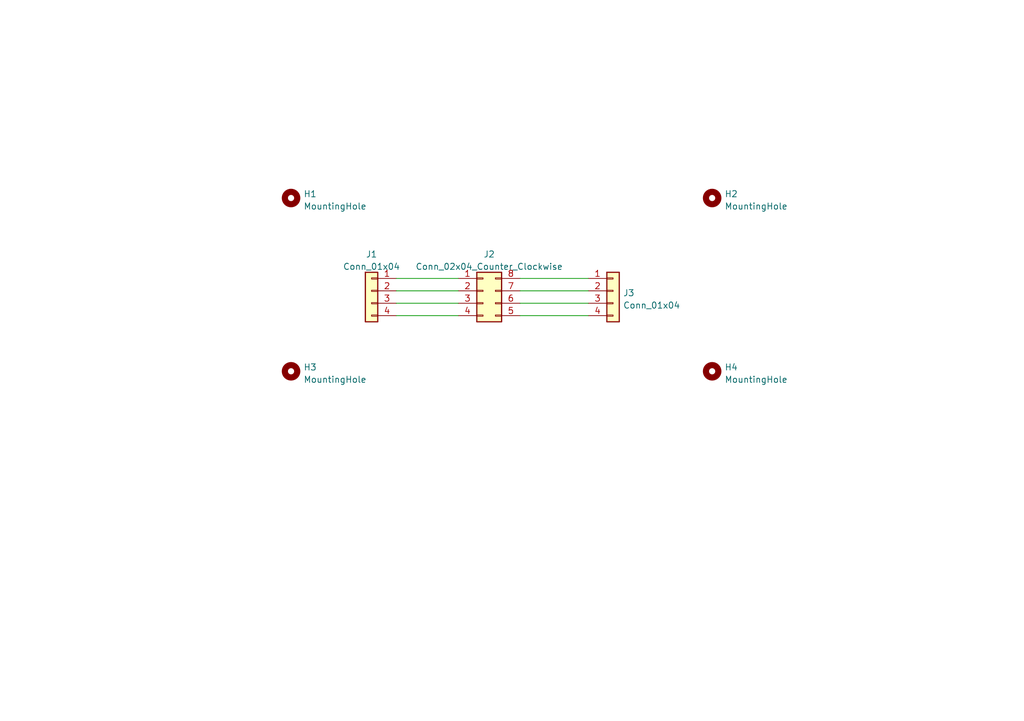
<source format=kicad_sch>
(kicad_sch (version 20211123) (generator eeschema)
  (paper "A5")
  (title_block (title "MOLEX to screw-terminals PCB") (date "2022-12-02") (rev "1.0"))
  (lib_symbols
    (symbol "Connector_Generic:Conn_01x04" (pin_names (offset 1.016) hide)
      (property "Reference" "J" (at 0 5.08 0))
      (property "Value" "Conn_01x04" (at 0 -7.62 0))
      (symbol "Conn_01x04_1_1"
        (rectangle (start -1.27 -4.953) (end 0 -5.207) (stroke (width 0.1524)))
        (rectangle (start -1.27 -2.413) (end 0 -2.667) (stroke (width 0.1524)))
        (rectangle (start -1.27 0.127) (end 0 -0.127) (stroke (width 0.1524)))
        (rectangle (start -1.27 2.667) (end 0 2.413) (stroke (width 0.1524)))
        (rectangle (start -1.27 3.81) (end 1.27 -6.35) (stroke (width 0.254)) (fill (type background)))
        (pin passive line (at -5.08 2.54 0) (length 3.81) (name "Pin_1") (number "1"))
        (pin passive line (at -5.08 0 0) (length 3.81) (name "Pin_2") (number "2"))
        (pin passive line (at -5.08 -2.54 0) (length 3.81) (name "Pin_3") (number "3"))
        (pin passive line (at -5.08 -5.08 0) (length 3.81) (name "Pin_4") (number "4"))
      )
    )
    (symbol "Connector_Generic:Conn_02x04_Counter_Clockwise" (pin_names (offset 1.016) hide)
      (property "Reference" "J" (at 1.27 5.08 0))
      (property "Value" "Conn_02x04_Counter_Clockwise" (at 1.27 -7.62 0))
      (symbol "Conn_02x04_Counter_Clockwise_1_1"
        (rectangle (start -1.27 -4.953) (end 0 -5.207) (stroke (width 0.1524)))
        (rectangle (start -1.27 -2.413) (end 0 -2.667) (stroke (width 0.1524)))
        (rectangle (start -1.27 0.127) (end 0 -0.127) (stroke (width 0.1524)))
        (rectangle (start -1.27 2.667) (end 0 2.413) (stroke (width 0.1524)))
        (rectangle (start -1.27 3.81) (end 3.81 -6.35) (stroke (width 0.254)) (fill (type background)))
        (rectangle (start 3.81 -4.953) (end 2.54 -5.207) (stroke (width 0.1524)))
        (rectangle (start 3.81 -2.413) (end 2.54 -2.667) (stroke (width 0.1524)))
        (rectangle (start 3.81 0.127) (end 2.54 -0.127) (stroke (width 0.1524)))
        (rectangle (start 3.81 2.667) (end 2.54 2.413) (stroke (width 0.1524)))
        (pin passive line (at -5.08 2.54 0) (length 3.81) (name "Pin_1") (number "1"))
        (pin passive line (at -5.08 0 0) (length 3.81) (name "Pin_2") (number "2"))
        (pin passive line (at -5.08 -2.54 0) (length 3.81) (name "Pin_3") (number "3"))
        (pin passive line (at -5.08 -5.08 0) (length 3.81) (name "Pin_4") (number "4"))
        (pin passive line (at 7.62 -5.08 180) (length 3.81) (name "Pin_5") (number "5"))
        (pin passive line (at 7.62 -2.54 180) (length 3.81) (name "Pin_6") (number "6"))
        (pin passive line (at 7.62 0 180) (length 3.81) (name "Pin_7") (number "7"))
        (pin passive line (at 7.62 2.54 180) (length 3.81) (name "Pin_8") (number "8"))
      )
    )
    (symbol "Mechanical:MountingHole" (pin_names (offset 1.016))
      (property "Reference" "H" (at 0 5.08 0))
      (property "Value" "MountingHole" (at 0 3.175 0))
      (symbol "MountingHole_0_1"
        (circle (center 0 0) (radius 1.27) (stroke (width 1.27)))
      )
    )
  )
  (wire (pts (xy 106.68 57.15) (xy 120.65 57.15)))
  (wire (pts (xy 81.28 59.69) (xy 93.98 59.69)))
  (wire (pts (xy 81.28 62.23) (xy 93.98 62.23)))
  (wire (pts (xy 106.68 59.69) (xy 120.65 59.69)))
  (wire (pts (xy 81.28 64.77) (xy 93.98 64.77)))
  (wire (pts (xy 81.28 57.15) (xy 93.98 57.15)))
  (wire (pts (xy 106.68 64.77) (xy 120.65 64.77)))
  (wire (pts (xy 106.68 62.23) (xy 120.65 62.23)))
  (symbol (lib_id "Connector_Generic:Conn_02x04_Counter_Clockwise") (at 99.06 59.69 0) (unit 1)
    (property "Reference" "J2" (at 100.33 52.1802 0))
    (property "Value" "Conn_02x04_Counter_Clockwise" (at 100.33 54.7171 0))
    (property "Footprint" "Connector_Molex:Molex_Mini-Fit_Jr_5566-08A2_2x04_P4.20mm_Vertical" (effects hide))
  )
  (symbol (lib_id "Connector_Generic:Conn_01x04") (at 125.73 59.69 0) (unit 1)
    (property "Reference" "J3" (at 127.762 60.1253 0) (effects (justify left)))
    (property "Value" "Conn_01x04" (at 127.762 62.6622 0) (effects (justify left)))
    (property "Footprint" "TerminalBlock_Euroclamp:MVE252-5-V-2x" (effects hide))
  )
  (symbol (lib_id "Mechanical:MountingHole") (at 59.69 40.64 0) (unit 1)
    (property "Reference" "H1" (at 62.23 39.8053 0) (effects (justify left)))
    (property "Value" "MountingHole" (at 62.23 42.3422 0) (effects (justify left)))
    (property "Footprint" "MountingHole:MountingHole_3.2mm_M3_Pad" (effects hide))
  )
  (symbol (lib_id "Connector_Generic:Conn_01x04") (at 76.2 59.69 0) (mirror y) (unit 1)
    (property "Reference" "J1" (at 76.2 52.1802 0))
    (property "Value" "Conn_01x04" (at 76.2 54.7171 0))
    (property "Footprint" "TerminalBlock_Euroclamp:MVE252-5-V-2x" (effects hide))
  )
  (symbol (lib_id "Mechanical:MountingHole") (at 59.69 76.2 0) (unit 1)
    (property "Reference" "H3" (at 62.23 75.3653 0) (effects (justify left)))
    (property "Value" "MountingHole" (at 62.23 77.9022 0) (effects (justify left)))
    (property "Footprint" "MountingHole:MountingHole_3.2mm_M3_Pad" (effects hide))
  )
  (symbol (lib_id "Mechanical:MountingHole") (at 146.05 76.2 0) (unit 1)
    (property "Reference" "H4" (at 148.59 75.3653 0) (effects (justify left)))
    (property "Value" "MountingHole" (at 148.59 77.9022 0) (effects (justify left)))
    (property "Footprint" "MountingHole:MountingHole_3.2mm_M3_Pad" (effects hide))
  )
  (symbol (lib_id "Mechanical:MountingHole") (at 146.05 40.64 0) (unit 1)
    (property "Reference" "H2" (at 148.59 39.8053 0) (effects (justify left)))
    (property "Value" "MountingHole" (at 148.59 42.3422 0) (effects (justify left)))
    (property "Footprint" "MountingHole:MountingHole_3.2mm_M3_Pad" (effects hide))
  )
)
</source>
